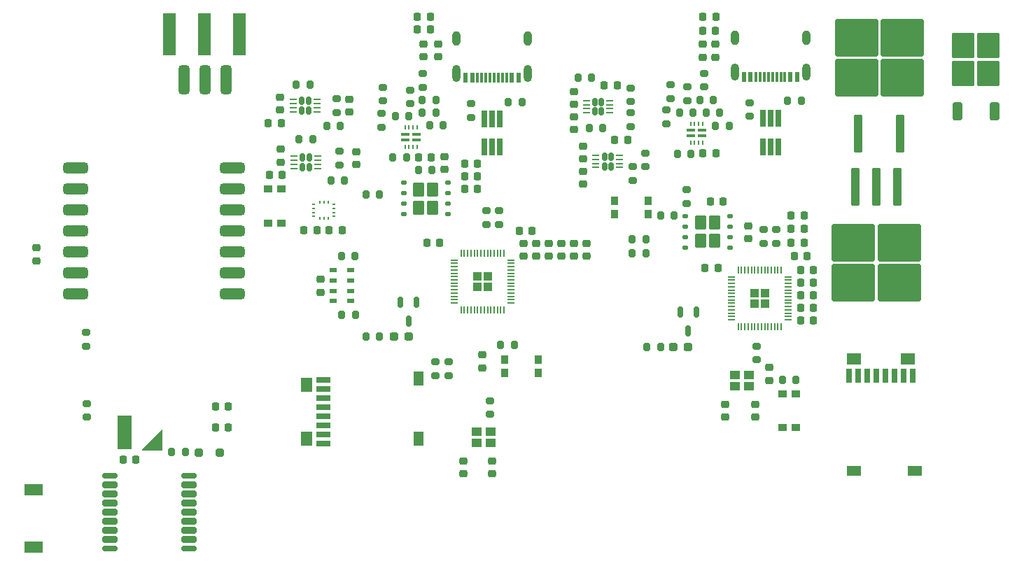
<source format=gbr>
%TF.GenerationSoftware,KiCad,Pcbnew,8.0.0*%
%TF.CreationDate,2024-04-26T21:37:07-04:00*%
%TF.ProjectId,Main board,4d61696e-2062-46f6-9172-642e6b696361,rev?*%
%TF.SameCoordinates,Original*%
%TF.FileFunction,Paste,Top*%
%TF.FilePolarity,Positive*%
%FSLAX46Y46*%
G04 Gerber Fmt 4.6, Leading zero omitted, Abs format (unit mm)*
G04 Created by KiCad (PCBNEW 8.0.0) date 2024-04-26 21:37:07*
%MOMM*%
%LPD*%
G01*
G04 APERTURE LIST*
G04 Aperture macros list*
%AMRoundRect*
0 Rectangle with rounded corners*
0 $1 Rounding radius*
0 $2 $3 $4 $5 $6 $7 $8 $9 X,Y pos of 4 corners*
0 Add a 4 corners polygon primitive as box body*
4,1,4,$2,$3,$4,$5,$6,$7,$8,$9,$2,$3,0*
0 Add four circle primitives for the rounded corners*
1,1,$1+$1,$2,$3*
1,1,$1+$1,$4,$5*
1,1,$1+$1,$6,$7*
1,1,$1+$1,$8,$9*
0 Add four rect primitives between the rounded corners*
20,1,$1+$1,$2,$3,$4,$5,0*
20,1,$1+$1,$4,$5,$6,$7,0*
20,1,$1+$1,$6,$7,$8,$9,0*
20,1,$1+$1,$8,$9,$2,$3,0*%
G04 Aperture macros list end*
%ADD10C,0.000100*%
%ADD11RoundRect,0.160000X-0.160000X-0.310000X0.160000X-0.310000X0.160000X0.310000X-0.160000X0.310000X0*%
%ADD12RoundRect,0.062500X-0.375000X-0.062500X0.375000X-0.062500X0.375000X0.062500X-0.375000X0.062500X0*%
%ADD13RoundRect,0.200000X0.275000X-0.200000X0.275000X0.200000X-0.275000X0.200000X-0.275000X-0.200000X0*%
%ADD14RoundRect,0.175000X0.725000X0.175000X-0.725000X0.175000X-0.725000X-0.175000X0.725000X-0.175000X0*%
%ADD15RoundRect,0.200000X0.700000X0.200000X-0.700000X0.200000X-0.700000X-0.200000X0.700000X-0.200000X0*%
%ADD16RoundRect,0.225000X-0.250000X0.225000X-0.250000X-0.225000X0.250000X-0.225000X0.250000X0.225000X0*%
%ADD17RoundRect,0.250000X-0.292217X-0.292217X0.292217X-0.292217X0.292217X0.292217X-0.292217X0.292217X0*%
%ADD18RoundRect,0.050000X-0.387500X-0.050000X0.387500X-0.050000X0.387500X0.050000X-0.387500X0.050000X0*%
%ADD19RoundRect,0.050000X-0.050000X-0.387500X0.050000X-0.387500X0.050000X0.387500X-0.050000X0.387500X0*%
%ADD20RoundRect,0.200000X-0.200000X-0.275000X0.200000X-0.275000X0.200000X0.275000X-0.200000X0.275000X0*%
%ADD21RoundRect,0.225000X0.225000X0.250000X-0.225000X0.250000X-0.225000X-0.250000X0.225000X-0.250000X0*%
%ADD22RoundRect,0.225000X0.250000X-0.225000X0.250000X0.225000X-0.250000X0.225000X-0.250000X-0.225000X0*%
%ADD23RoundRect,0.225000X-0.225000X-0.250000X0.225000X-0.250000X0.225000X0.250000X-0.225000X0.250000X0*%
%ADD24R,0.381000X0.203200*%
%ADD25R,0.203200X0.381000*%
%ADD26RoundRect,0.200000X-0.275000X0.200000X-0.275000X-0.200000X0.275000X-0.200000X0.275000X0.200000X0*%
%ADD27RoundRect,0.200000X0.200000X0.275000X-0.200000X0.275000X-0.200000X-0.275000X0.200000X-0.275000X0*%
%ADD28R,0.950000X0.550000*%
%ADD29R,0.600000X1.150000*%
%ADD30R,0.300000X1.150000*%
%ADD31O,1.000000X2.100000*%
%ADD32O,1.000000X1.800000*%
%ADD33R,0.650000X2.000000*%
%ADD34RoundRect,0.250000X-0.300000X2.050000X-0.300000X-2.050000X0.300000X-2.050000X0.300000X2.050000X0*%
%ADD35RoundRect,0.250000X-2.375000X2.025000X-2.375000X-2.025000X2.375000X-2.025000X2.375000X2.025000X0*%
%ADD36RoundRect,0.150000X-0.150000X0.512500X-0.150000X-0.512500X0.150000X-0.512500X0.150000X0.512500X0*%
%ADD37RoundRect,0.322500X-1.177500X-0.322500X1.177500X-0.322500X1.177500X0.322500X-1.177500X0.322500X0*%
%ADD38RoundRect,0.325000X-1.175000X-0.325000X1.175000X-0.325000X1.175000X0.325000X-1.175000X0.325000X0*%
%ADD39RoundRect,0.325000X0.325000X-1.425000X0.325000X1.425000X-0.325000X1.425000X-0.325000X-1.425000X0*%
%ADD40RoundRect,0.237500X0.287500X0.237500X-0.287500X0.237500X-0.287500X-0.237500X0.287500X-0.237500X0*%
%ADD41RoundRect,0.250000X0.350000X-0.850000X0.350000X0.850000X-0.350000X0.850000X-0.350000X-0.850000X0*%
%ADD42RoundRect,0.250000X1.125000X-1.275000X1.125000X1.275000X-1.125000X1.275000X-1.125000X-1.275000X0*%
%ADD43R,1.000000X0.900000*%
%ADD44R,1.500000X5.080000*%
%ADD45R,1.800000X0.800000*%
%ADD46R,1.400000X1.800000*%
%ADD47R,1.200000X1.800000*%
%ADD48RoundRect,0.250000X-0.435000X-0.615000X0.435000X-0.615000X0.435000X0.615000X-0.435000X0.615000X0*%
%ADD49RoundRect,0.125000X-0.250000X-0.125000X0.250000X-0.125000X0.250000X0.125000X-0.250000X0.125000X0*%
%ADD50R,1.150000X1.000000*%
%ADD51R,1.050000X0.399999*%
%ADD52R,0.200000X0.599999*%
%ADD53RoundRect,0.250000X0.300000X-2.050000X0.300000X2.050000X-0.300000X2.050000X-0.300000X-2.050000X0*%
%ADD54RoundRect,0.250000X2.375000X-2.025000X2.375000X2.025000X-2.375000X2.025000X-2.375000X-2.025000X0*%
%ADD55R,0.900000X1.000000*%
%ADD56RoundRect,0.250000X-0.250000X-0.250000X0.250000X-0.250000X0.250000X0.250000X-0.250000X0.250000X0*%
%ADD57R,0.800000X1.800000*%
%ADD58R,1.800000X1.400000*%
%ADD59R,1.800000X1.200000*%
%ADD60R,1.700000X4.100000*%
%ADD61R,2.259800X1.362800*%
G04 APERTURE END LIST*
D10*
%TO.C,BT1*%
X74752000Y-106190000D02*
X72352000Y-106190000D01*
X74752000Y-103790000D01*
X74752000Y-106190000D01*
G36*
X74752000Y-106190000D02*
G01*
X72352000Y-106190000D01*
X74752000Y-103790000D01*
X74752000Y-106190000D01*
G37*
%TD*%
D11*
%TO.C,U13*%
X128285000Y-70719999D03*
X128285000Y-71889999D03*
X129085000Y-70719999D03*
X129085000Y-71889999D03*
D12*
X127247500Y-70554999D03*
X127247500Y-71054999D03*
X127247500Y-71554999D03*
X127247500Y-72054999D03*
X130122500Y-72054999D03*
X130122500Y-71554999D03*
X130122500Y-71054999D03*
X130122500Y-70554999D03*
%TD*%
D13*
%TO.C,R17*%
X146685000Y-95313000D03*
X146685000Y-93663000D03*
%TD*%
D14*
%TO.C,U10*%
X78000000Y-118192000D03*
D15*
X78000000Y-117092000D03*
X78000000Y-115992000D03*
X78000000Y-114892000D03*
X78000000Y-113792000D03*
X78000000Y-112692000D03*
X78000000Y-111592000D03*
X78000000Y-110492000D03*
D14*
X78000000Y-109392000D03*
X68500000Y-109392000D03*
D15*
X68500000Y-110492000D03*
X68500000Y-111592000D03*
X68500000Y-112692000D03*
X68500000Y-113792000D03*
X68500000Y-114892000D03*
X68500000Y-115992000D03*
X68500000Y-117092000D03*
D14*
X68500000Y-118192000D03*
%TD*%
D11*
%TO.C,U12*%
X127117000Y-64109999D03*
X127117000Y-65279999D03*
X127917000Y-64109999D03*
X127917000Y-65279999D03*
D12*
X126079500Y-63944999D03*
X126079500Y-64444999D03*
X126079500Y-64944999D03*
X126079500Y-65444999D03*
X128954500Y-65444999D03*
X128954500Y-64944999D03*
X128954500Y-64444999D03*
X128954500Y-63944999D03*
%TD*%
D16*
%TO.C,C46*%
X98250000Y-70113000D03*
X98250000Y-71663000D03*
%TD*%
D17*
%TO.C,U7*%
X146431000Y-87244000D03*
X146431000Y-88519000D03*
X147706000Y-87244000D03*
X147706000Y-88519000D03*
D18*
X143631000Y-85281500D03*
X143631000Y-85681500D03*
X143631000Y-86081500D03*
X143631000Y-86481500D03*
X143631000Y-86881500D03*
X143631000Y-87281500D03*
X143631000Y-87681500D03*
X143631000Y-88081500D03*
X143631000Y-88481500D03*
X143631000Y-88881500D03*
X143631000Y-89281500D03*
X143631000Y-89681500D03*
X143631000Y-90081500D03*
X143631000Y-90481500D03*
D19*
X144468500Y-91319000D03*
X144868500Y-91319000D03*
X145268500Y-91319000D03*
X145668500Y-91319000D03*
X146068500Y-91319000D03*
X146468500Y-91319000D03*
X146868500Y-91319000D03*
X147268500Y-91319000D03*
X147668500Y-91319000D03*
X148068500Y-91319000D03*
X148468500Y-91319000D03*
X148868500Y-91319000D03*
X149268500Y-91319000D03*
X149668500Y-91319000D03*
D18*
X150506000Y-90481500D03*
X150506000Y-90081500D03*
X150506000Y-89681500D03*
X150506000Y-89281500D03*
X150506000Y-88881500D03*
X150506000Y-88481500D03*
X150506000Y-88081500D03*
X150506000Y-87681500D03*
X150506000Y-87281500D03*
X150506000Y-86881500D03*
X150506000Y-86481500D03*
X150506000Y-86081500D03*
X150506000Y-85681500D03*
X150506000Y-85281500D03*
D19*
X149668500Y-84444000D03*
X149268500Y-84444000D03*
X148868500Y-84444000D03*
X148468500Y-84444000D03*
X148068500Y-84444000D03*
X147668500Y-84444000D03*
X147268500Y-84444000D03*
X146868500Y-84444000D03*
X146468500Y-84444000D03*
X146068500Y-84444000D03*
X145668500Y-84444000D03*
X145268500Y-84444000D03*
X144868500Y-84444000D03*
X144468500Y-84444000D03*
%TD*%
D20*
%TO.C,R10*%
X96457000Y-82804000D03*
X98107000Y-82804000D03*
%TD*%
D16*
%TO.C,C49*%
X124587000Y-62852000D03*
X124587000Y-64402000D03*
%TD*%
D21*
%TO.C,C47*%
X89294000Y-72948000D03*
X87744000Y-72948000D03*
%TD*%
D22*
%TO.C,C51*%
X124596000Y-67450000D03*
X124596000Y-65900000D03*
%TD*%
D11*
%TO.C,U5*%
X91675000Y-63981000D03*
X91675000Y-65151000D03*
X92475000Y-63981000D03*
X92475000Y-65151000D03*
D12*
X90637500Y-63816000D03*
X90637500Y-64316000D03*
X90637500Y-64816000D03*
X90637500Y-65316000D03*
X93512500Y-65316000D03*
X93512500Y-64816000D03*
X93512500Y-64316000D03*
X93512500Y-63816000D03*
%TD*%
D23*
%TO.C,C27*%
X151993000Y-90551000D03*
X153543000Y-90551000D03*
%TD*%
D20*
%TO.C,R59*%
X139808000Y-63881000D03*
X141458000Y-63881000D03*
%TD*%
D23*
%TO.C,C31*%
X152021000Y-84455000D03*
X153571000Y-84455000D03*
%TD*%
D24*
%TO.C,U4*%
X93135000Y-76477999D03*
X93135000Y-76978000D03*
X93135000Y-77478000D03*
X93135000Y-77978001D03*
D25*
X93841501Y-78180500D03*
X94341500Y-78180500D03*
X94841499Y-78180500D03*
D24*
X95548000Y-77978001D03*
X95548000Y-77478000D03*
X95548000Y-76978000D03*
X95548000Y-76477999D03*
D25*
X94841499Y-76275500D03*
X94341500Y-76275500D03*
X93841501Y-76275500D03*
%TD*%
D26*
%TO.C,R13*%
X109474000Y-95568000D03*
X109474000Y-97218000D03*
%TD*%
D23*
%TO.C,C5*%
X111353000Y-74676000D03*
X112903000Y-74676000D03*
%TD*%
D27*
%TO.C,R52*%
X108775000Y-66929000D03*
X107125000Y-66929000D03*
%TD*%
D23*
%TO.C,C24*%
X150863000Y-77851000D03*
X152413000Y-77851000D03*
%TD*%
D13*
%TO.C,R55*%
X135763000Y-66738000D03*
X135763000Y-65088000D03*
%TD*%
D20*
%TO.C,R8*%
X116648000Y-64135000D03*
X118298000Y-64135000D03*
%TD*%
D22*
%TO.C,C7*%
X121539000Y-82776000D03*
X121539000Y-81226000D03*
%TD*%
D28*
%TO.C,U3*%
X95445000Y-84475000D03*
X95445000Y-85725000D03*
X95445000Y-86975000D03*
X95445000Y-88225000D03*
X97595000Y-88225000D03*
X97595000Y-86975000D03*
X97595000Y-85725000D03*
X97595000Y-84475000D03*
%TD*%
D16*
%TO.C,C19*%
X89027000Y-63565000D03*
X89027000Y-65115000D03*
%TD*%
D17*
%TO.C,U1*%
X112905500Y-85209500D03*
X112905500Y-86484500D03*
X114180500Y-85209500D03*
X114180500Y-86484500D03*
D18*
X110105500Y-83247000D03*
X110105500Y-83647000D03*
X110105500Y-84047000D03*
X110105500Y-84447000D03*
X110105500Y-84847000D03*
X110105500Y-85247000D03*
X110105500Y-85647000D03*
X110105500Y-86047000D03*
X110105500Y-86447000D03*
X110105500Y-86847000D03*
X110105500Y-87247000D03*
X110105500Y-87647000D03*
X110105500Y-88047000D03*
X110105500Y-88447000D03*
D19*
X110943000Y-89284500D03*
X111343000Y-89284500D03*
X111743000Y-89284500D03*
X112143000Y-89284500D03*
X112543000Y-89284500D03*
X112943000Y-89284500D03*
X113343000Y-89284500D03*
X113743000Y-89284500D03*
X114143000Y-89284500D03*
X114543000Y-89284500D03*
X114943000Y-89284500D03*
X115343000Y-89284500D03*
X115743000Y-89284500D03*
X116143000Y-89284500D03*
D18*
X116980500Y-88447000D03*
X116980500Y-88047000D03*
X116980500Y-87647000D03*
X116980500Y-87247000D03*
X116980500Y-86847000D03*
X116980500Y-86447000D03*
X116980500Y-86047000D03*
X116980500Y-85647000D03*
X116980500Y-85247000D03*
X116980500Y-84847000D03*
X116980500Y-84447000D03*
X116980500Y-84047000D03*
X116980500Y-83647000D03*
X116980500Y-83247000D03*
D19*
X116143000Y-82409500D03*
X115743000Y-82409500D03*
X115343000Y-82409500D03*
X114943000Y-82409500D03*
X114543000Y-82409500D03*
X114143000Y-82409500D03*
X113743000Y-82409500D03*
X113343000Y-82409500D03*
X112943000Y-82409500D03*
X112543000Y-82409500D03*
X112143000Y-82409500D03*
X111743000Y-82409500D03*
X111343000Y-82409500D03*
X110943000Y-82409500D03*
%TD*%
D20*
%TO.C,R53*%
X106236000Y-65405000D03*
X107886000Y-65405000D03*
%TD*%
D13*
%TO.C,R37*%
X95885000Y-65391000D03*
X95885000Y-63741000D03*
%TD*%
D21*
%TO.C,C55*%
X107353400Y-70815200D03*
X105803400Y-70815200D03*
%TD*%
D26*
%TO.C,R56*%
X136271000Y-62040000D03*
X136271000Y-63690000D03*
%TD*%
D16*
%TO.C,C16*%
X93921000Y-85593000D03*
X93921000Y-87143000D03*
%TD*%
D29*
%TO.C,J12*%
X151568000Y-61103999D03*
X150768000Y-61103999D03*
D30*
X149618000Y-61103999D03*
X148618000Y-61103999D03*
X148118000Y-61103999D03*
X147118000Y-61103999D03*
D29*
X145968000Y-61103999D03*
X145168000Y-61103999D03*
X145168000Y-61103999D03*
X145968000Y-61103999D03*
D30*
X146618000Y-61103999D03*
X147618000Y-61103999D03*
X149118000Y-61103999D03*
X150118000Y-61103999D03*
D29*
X150768000Y-61103999D03*
X151568000Y-61103999D03*
D31*
X152688000Y-60528999D03*
D32*
X152688000Y-56348999D03*
D31*
X144048000Y-60528999D03*
D32*
X144048000Y-56348999D03*
%TD*%
D21*
%TO.C,C29*%
X141999000Y-84201000D03*
X140449000Y-84201000D03*
%TD*%
%TO.C,C48*%
X89167000Y-66675000D03*
X87617000Y-66675000D03*
%TD*%
D33*
%TO.C,D5*%
X147418000Y-69547999D03*
X148368000Y-69547999D03*
X149318000Y-69547999D03*
X149318000Y-66127999D03*
X148368000Y-66127999D03*
X147418000Y-66127999D03*
%TD*%
D26*
%TO.C,R9*%
X112141000Y-64326000D03*
X112141000Y-65976000D03*
%TD*%
D20*
%TO.C,R15*%
X131636000Y-80772000D03*
X133286000Y-80772000D03*
%TD*%
D22*
%TO.C,C52*%
X125730000Y-74054000D03*
X125730000Y-72504000D03*
%TD*%
D34*
%TO.C,LM1084-ADJ1*%
X163703000Y-74422000D03*
X161163000Y-74422000D03*
D35*
X163938000Y-81147000D03*
X158388000Y-81147000D03*
X163938000Y-85997000D03*
X158388000Y-85997000D03*
D34*
X158623000Y-74422000D03*
%TD*%
D36*
%TO.C,Q1*%
X105532000Y-88392000D03*
X103632000Y-88392000D03*
X104582000Y-90667000D03*
%TD*%
D23*
%TO.C,C11*%
X117970000Y-79756000D03*
X119520000Y-79756000D03*
%TD*%
D22*
%TO.C,C41*%
X140208000Y-58687000D03*
X140208000Y-57137000D03*
%TD*%
D20*
%TO.C,R7*%
X99425000Y-92500000D03*
X101075000Y-92500000D03*
%TD*%
D26*
%TO.C,R22*%
X138212500Y-74740000D03*
X138212500Y-76390000D03*
%TD*%
D21*
%TO.C,C57*%
X71625000Y-107442000D03*
X70075000Y-107442000D03*
%TD*%
D37*
%TO.C,U6*%
X64312000Y-72073000D03*
D38*
X64312000Y-74618000D03*
X64312000Y-77158000D03*
X64312000Y-79698000D03*
X64312000Y-82238000D03*
X64312000Y-84778000D03*
X64312000Y-87318000D03*
X83312000Y-87318000D03*
X83312000Y-84778000D03*
X83312000Y-82238000D03*
X83312000Y-79698000D03*
X83312000Y-77158000D03*
X83312000Y-74618000D03*
D37*
X83312000Y-72073000D03*
D39*
X82482000Y-61468000D03*
X79942000Y-61468000D03*
X77402000Y-61468000D03*
%TD*%
D13*
%TO.C,R40*%
X131445000Y-67084999D03*
X131445000Y-65434999D03*
%TD*%
D40*
%TO.C,D1*%
X104580000Y-92500000D03*
X102830000Y-92500000D03*
%TD*%
D26*
%TO.C,R54*%
X138303000Y-62294000D03*
X138303000Y-63944000D03*
%TD*%
D23*
%TO.C,C3*%
X111353000Y-71628000D03*
X112903000Y-71628000D03*
%TD*%
D27*
%TO.C,R6*%
X107417000Y-72322000D03*
X105767000Y-72322000D03*
%TD*%
D20*
%TO.C,R33*%
X91358000Y-68630000D03*
X93008000Y-68630000D03*
%TD*%
D22*
%TO.C,C13*%
X108966000Y-72263000D03*
X108966000Y-70713000D03*
%TD*%
%TO.C,C22*%
X142875000Y-102261000D03*
X142875000Y-100711000D03*
%TD*%
D41*
%TO.C,MOSFET2*%
X170954000Y-65278000D03*
D42*
X171709000Y-60653000D03*
X174759000Y-60653000D03*
X171709000Y-57303000D03*
X174759000Y-57303000D03*
D41*
X175514000Y-65278000D03*
%TD*%
D27*
%TO.C,R49*%
X104330000Y-70866000D03*
X102680000Y-70866000D03*
%TD*%
D22*
%TO.C,C9*%
X124587000Y-82804000D03*
X124587000Y-81254000D03*
%TD*%
D13*
%TO.C,R1*%
X114427000Y-101917000D03*
X114427000Y-100267000D03*
%TD*%
D26*
%TO.C,R60*%
X140335000Y-60643000D03*
X140335000Y-62293000D03*
%TD*%
D23*
%TO.C,C32*%
X151257000Y-82804000D03*
X152807000Y-82804000D03*
%TD*%
D43*
%TO.C,B3*%
X151422000Y-99423000D03*
X151422000Y-103523000D03*
X149822000Y-99423000D03*
X149822000Y-103523000D03*
%TD*%
D16*
%TO.C,C45*%
X97409000Y-63819000D03*
X97409000Y-65369000D03*
%TD*%
%TO.C,C30*%
X148209000Y-96253000D03*
X148209000Y-97803000D03*
%TD*%
D20*
%TO.C,R38*%
X125095000Y-61214000D03*
X126745000Y-61214000D03*
%TD*%
D27*
%TO.C,R57*%
X138747000Y-70374999D03*
X137097000Y-70374999D03*
%TD*%
D13*
%TO.C,R3*%
X114046000Y-78930000D03*
X114046000Y-77280000D03*
%TD*%
D44*
%TO.C,J8*%
X79883000Y-55908500D03*
X75633000Y-55908500D03*
X84133000Y-55908500D03*
%TD*%
D23*
%TO.C,C43*%
X140195000Y-53848000D03*
X141745000Y-53848000D03*
%TD*%
D21*
%TO.C,C14*%
X108344000Y-81153000D03*
X106794000Y-81153000D03*
%TD*%
D23*
%TO.C,C40*%
X105651000Y-55372000D03*
X107201000Y-55372000D03*
%TD*%
D21*
%TO.C,C54*%
X131077000Y-68707000D03*
X129527000Y-68707000D03*
%TD*%
D26*
%TO.C,R44*%
X65687000Y-100621000D03*
X65687000Y-102271000D03*
%TD*%
D22*
%TO.C,C21*%
X59568500Y-83338500D03*
X59568500Y-81788500D03*
%TD*%
D26*
%TO.C,R31*%
X145828000Y-64220999D03*
X145828000Y-65870999D03*
%TD*%
%TO.C,R63*%
X65560000Y-92002000D03*
X65560000Y-93652000D03*
%TD*%
D27*
%TO.C,R58*%
X139001000Y-65421999D03*
X137351000Y-65421999D03*
%TD*%
D45*
%TO.C,J19*%
X94250000Y-105450000D03*
X94250000Y-104350000D03*
X94250000Y-103250000D03*
X94250000Y-102150000D03*
X94250000Y-101050000D03*
X94250000Y-99950000D03*
X94250000Y-98850000D03*
X94250000Y-97750000D03*
D46*
X92250000Y-98350000D03*
X92250000Y-104850000D03*
D47*
X105800000Y-97550000D03*
X105800000Y-104900000D03*
%TD*%
D29*
%TO.C,J2*%
X117881000Y-61211000D03*
X117081000Y-61211000D03*
D30*
X115931000Y-61211000D03*
X114931000Y-61211000D03*
X114431000Y-61211000D03*
X113431000Y-61211000D03*
D29*
X112281000Y-61211000D03*
X111481000Y-61211000D03*
X111481000Y-61211000D03*
X112281000Y-61211000D03*
D30*
X112931000Y-61211000D03*
X113931000Y-61211000D03*
X115431000Y-61211000D03*
X116431000Y-61211000D03*
D29*
X117081000Y-61211000D03*
X117881000Y-61211000D03*
D31*
X119001000Y-60636000D03*
D32*
X119001000Y-56456000D03*
D31*
X110361000Y-60636000D03*
D32*
X110361000Y-56456000D03*
%TD*%
D26*
%TO.C,R47*%
X104775000Y-62675000D03*
X104775000Y-64325000D03*
%TD*%
D22*
%TO.C,C10*%
X118491000Y-82805000D03*
X118491000Y-81255000D03*
%TD*%
D48*
%TO.C,U8*%
X139902500Y-78746500D03*
X139902500Y-80896500D03*
X141602500Y-78746500D03*
X141602500Y-80896500D03*
D49*
X138052500Y-77916500D03*
X138052500Y-79186500D03*
X138052500Y-80456500D03*
X138052500Y-81726500D03*
X143452500Y-81726500D03*
X143452500Y-80456500D03*
X143452500Y-79186500D03*
X143452500Y-77916500D03*
%TD*%
D26*
%TO.C,R50*%
X106299000Y-60707000D03*
X106299000Y-62357000D03*
%TD*%
D23*
%TO.C,C17*%
X94983000Y-79629000D03*
X96533000Y-79629000D03*
%TD*%
D21*
%TO.C,C58*%
X82800000Y-103500000D03*
X81250000Y-103500000D03*
%TD*%
D13*
%TO.C,R43*%
X131445000Y-64071000D03*
X131445000Y-62421000D03*
%TD*%
D23*
%TO.C,C35*%
X151993000Y-87503000D03*
X153543000Y-87503000D03*
%TD*%
D43*
%TO.C,B2*%
X87630000Y-78776000D03*
X87630000Y-74676000D03*
X89230000Y-78776000D03*
X89230000Y-74676000D03*
%TD*%
D22*
%TO.C,C38*%
X108174000Y-58674000D03*
X108174000Y-57124000D03*
%TD*%
D50*
%TO.C,Y1*%
X145796000Y-97152000D03*
X144046000Y-97152000D03*
X144046000Y-98552000D03*
X145796000Y-98552000D03*
%TD*%
D13*
%TO.C,R19*%
X147574000Y-81211500D03*
X147574000Y-79561500D03*
%TD*%
D23*
%TO.C,C36*%
X151993000Y-89027000D03*
X153543000Y-89027000D03*
%TD*%
D51*
%TO.C,U14*%
X105577000Y-68707000D03*
X105577000Y-68007001D03*
D52*
X105652001Y-67232002D03*
X105152000Y-67232002D03*
X104652000Y-67232002D03*
X104151999Y-67232002D03*
D51*
X104227000Y-68007001D03*
X104227000Y-68707000D03*
D52*
X104151999Y-69532000D03*
X104652000Y-69532000D03*
X105152000Y-69532000D03*
X105652001Y-69532000D03*
%TD*%
D27*
%TO.C,R36*%
X96329000Y-67056000D03*
X94679000Y-67056000D03*
%TD*%
%TO.C,R2*%
X117395000Y-93510000D03*
X115745000Y-93510000D03*
%TD*%
D53*
%TO.C,0.3_Ohm_Resistor1*%
X159004000Y-67939000D03*
X164084000Y-67939000D03*
D54*
X158769000Y-61214000D03*
X164319000Y-61214000D03*
X158769000Y-56364000D03*
X164319000Y-56364000D03*
%TD*%
D13*
%TO.C,R46*%
X101346000Y-67183000D03*
X101346000Y-65533000D03*
%TD*%
D26*
%TO.C,R48*%
X101473000Y-62357000D03*
X101473000Y-64007000D03*
%TD*%
D22*
%TO.C,C37*%
X106426000Y-58661000D03*
X106426000Y-57111000D03*
%TD*%
D20*
%TO.C,R51*%
X106236000Y-63881000D03*
X107886000Y-63881000D03*
%TD*%
D13*
%TO.C,R42*%
X133223000Y-71945000D03*
X133223000Y-70295000D03*
%TD*%
D22*
%TO.C,C23*%
X146558000Y-102261000D03*
X146558000Y-100711000D03*
%TD*%
D11*
%TO.C,U11*%
X91783000Y-70839000D03*
X91783000Y-72009000D03*
X92583000Y-70839000D03*
X92583000Y-72009000D03*
D12*
X90745500Y-70674000D03*
X90745500Y-71174000D03*
X90745500Y-71674000D03*
X90745500Y-72174000D03*
X93620500Y-72174000D03*
X93620500Y-71674000D03*
X93620500Y-71174000D03*
X93620500Y-70674000D03*
%TD*%
D55*
%TO.C,B4*%
X129501500Y-76121500D03*
X133601500Y-76121500D03*
X129501500Y-77721500D03*
X133601500Y-77721500D03*
%TD*%
D56*
%TO.C,D3*%
X79252000Y-106592462D03*
X81752000Y-106592462D03*
%TD*%
D48*
%TO.C,U2*%
X105830000Y-74744000D03*
X105830000Y-76894000D03*
X107530000Y-74744000D03*
X107530000Y-76894000D03*
D49*
X103980000Y-73914000D03*
X103980000Y-75184000D03*
X103980000Y-76454000D03*
X103980000Y-77724000D03*
X109380000Y-77724000D03*
X109380000Y-76454000D03*
X109380000Y-75184000D03*
X109380000Y-73914000D03*
%TD*%
D20*
%TO.C,R21*%
X135060500Y-77848500D03*
X136710500Y-77848500D03*
%TD*%
%TO.C,R5*%
X99442000Y-75329000D03*
X101092000Y-75329000D03*
%TD*%
D33*
%TO.C,D2*%
X113731000Y-69596000D03*
X114681000Y-69596000D03*
X115631000Y-69596000D03*
X115631000Y-66176000D03*
X114681000Y-66176000D03*
X113731000Y-66176000D03*
%TD*%
D22*
%TO.C,C12*%
X126111000Y-82804000D03*
X126111000Y-81254000D03*
%TD*%
D20*
%TO.C,R16*%
X131636000Y-82423000D03*
X133286000Y-82423000D03*
%TD*%
D23*
%TO.C,C4*%
X111353000Y-73152000D03*
X112903000Y-73152000D03*
%TD*%
%TO.C,C44*%
X140182000Y-55499000D03*
X141732000Y-55499000D03*
%TD*%
D57*
%TO.C,J20*%
X157900000Y-97250000D03*
X159000000Y-97250000D03*
X160100000Y-97250000D03*
X161200000Y-97250000D03*
X162300000Y-97250000D03*
X163400000Y-97250000D03*
X164500000Y-97250000D03*
X165600000Y-97250000D03*
D58*
X165000000Y-95250000D03*
X158500000Y-95250000D03*
D59*
X165800000Y-108800000D03*
X158450000Y-108800000D03*
%TD*%
D40*
%TO.C,D4*%
X138375000Y-93750000D03*
X136625000Y-93750000D03*
%TD*%
D22*
%TO.C,C42*%
X141732000Y-58687000D03*
X141732000Y-57137000D03*
%TD*%
D20*
%TO.C,R11*%
X96527000Y-89896000D03*
X98177000Y-89896000D03*
%TD*%
D36*
%TO.C,Q2*%
X139377500Y-89524500D03*
X137477500Y-89524500D03*
X138427500Y-91799500D03*
%TD*%
D23*
%TO.C,C39*%
X105651000Y-53848000D03*
X107201000Y-53848000D03*
%TD*%
D60*
%TO.C,BT1*%
X70202000Y-104140000D03*
%TD*%
D21*
%TO.C,C59*%
X82800000Y-100990000D03*
X81250000Y-100990000D03*
%TD*%
D20*
%TO.C,R32*%
X90994000Y-62026000D03*
X92644000Y-62026000D03*
%TD*%
D26*
%TO.C,R41*%
X131699000Y-71946000D03*
X131699000Y-73596000D03*
%TD*%
D27*
%TO.C,R18*%
X151447000Y-97790000D03*
X149797000Y-97790000D03*
%TD*%
D22*
%TO.C,C2*%
X114681000Y-109119000D03*
X114681000Y-107569000D03*
%TD*%
%TO.C,C8*%
X123063000Y-82804000D03*
X123063000Y-81254000D03*
%TD*%
D23*
%TO.C,C25*%
X150863000Y-81153000D03*
X152413000Y-81153000D03*
%TD*%
D50*
%TO.C,Y2*%
X114554000Y-104010000D03*
X112804000Y-104010000D03*
X112804000Y-105410000D03*
X114554000Y-105410000D03*
%TD*%
D20*
%TO.C,R61*%
X140589000Y-65405000D03*
X142239000Y-65405000D03*
%TD*%
D51*
%TO.C,U15*%
X140125000Y-68215999D03*
X140125000Y-67516000D03*
D52*
X140200001Y-66741001D03*
X139700000Y-66741001D03*
X139200000Y-66741001D03*
X138699999Y-66741001D03*
D51*
X138775000Y-67516000D03*
X138775000Y-68215999D03*
D52*
X138699999Y-69040999D03*
X139200000Y-69040999D03*
X139700000Y-69040999D03*
X140200001Y-69040999D03*
%TD*%
D26*
%TO.C,R14*%
X107823000Y-95568000D03*
X107823000Y-97218000D03*
%TD*%
D21*
%TO.C,C34*%
X142642500Y-76200000D03*
X141092500Y-76200000D03*
%TD*%
D22*
%TO.C,C28*%
X145669000Y-80658000D03*
X145669000Y-79108000D03*
%TD*%
D27*
%TO.C,R45*%
X104647000Y-65842002D03*
X102997000Y-65842002D03*
%TD*%
D61*
%TO.C,AE1*%
X59250000Y-111037299D03*
X59250000Y-117962701D03*
%TD*%
D16*
%TO.C,C15*%
X113538000Y-94729000D03*
X113538000Y-96279000D03*
%TD*%
D20*
%TO.C,R39*%
X126429000Y-67310000D03*
X128079000Y-67310000D03*
%TD*%
D55*
%TO.C,B1*%
X120287000Y-96939000D03*
X116187000Y-96939000D03*
X120287000Y-95339000D03*
X116187000Y-95339000D03*
%TD*%
D23*
%TO.C,C18*%
X91935000Y-79629000D03*
X93485000Y-79629000D03*
%TD*%
D22*
%TO.C,C1*%
X111252000Y-109119000D03*
X111252000Y-107569000D03*
%TD*%
%TO.C,C6*%
X120015000Y-82791000D03*
X120015000Y-81241000D03*
%TD*%
D27*
%TO.C,R34*%
X96837000Y-73660000D03*
X95187000Y-73660000D03*
%TD*%
D20*
%TO.C,R23*%
X133425000Y-93750000D03*
X135075000Y-93750000D03*
%TD*%
D21*
%TO.C,C53*%
X129807000Y-62103000D03*
X128257000Y-62103000D03*
%TD*%
D23*
%TO.C,C26*%
X150863000Y-79502000D03*
X152413000Y-79502000D03*
%TD*%
D27*
%TO.C,R62*%
X143382000Y-67056000D03*
X141732000Y-67056000D03*
%TD*%
D13*
%TO.C,R20*%
X149098000Y-81211500D03*
X149098000Y-79561500D03*
%TD*%
D23*
%TO.C,C33*%
X152021000Y-85979000D03*
X153571000Y-85979000D03*
%TD*%
D20*
%TO.C,R30*%
X150432000Y-64008000D03*
X152082000Y-64008000D03*
%TD*%
D13*
%TO.C,R4*%
X115570000Y-78930000D03*
X115570000Y-77280000D03*
%TD*%
%TO.C,R35*%
X96247000Y-71739000D03*
X96247000Y-70089000D03*
%TD*%
D16*
%TO.C,C20*%
X89154000Y-69837000D03*
X89154000Y-71387000D03*
%TD*%
%TO.C,C50*%
X125730000Y-69469000D03*
X125730000Y-71019000D03*
%TD*%
D27*
%TO.C,R12*%
X77580000Y-106479000D03*
X75930000Y-106479000D03*
%TD*%
D21*
%TO.C,C56*%
X141745000Y-70358000D03*
X140195000Y-70358000D03*
%TD*%
M02*

</source>
